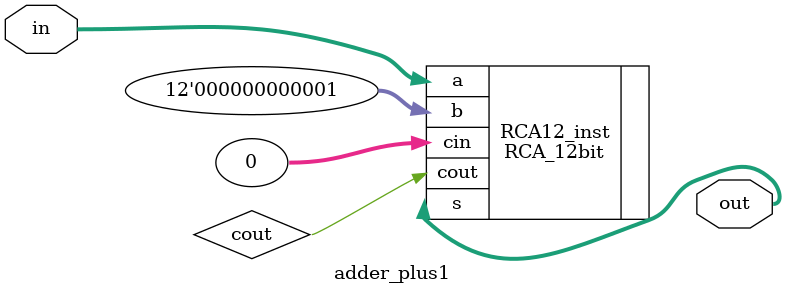
<source format=v>
module adder_plus1(in, out);	// plus 1 word, which is the addressable unit
	input [11:0] in;
	output [11:0] out;
	
	wire cout; // useless
	RCA_12bit RCA12_inst(.a(in), .b(12'h001), .cin(0), .s(out), .cout(cout));
	
endmodule
	
	
</source>
